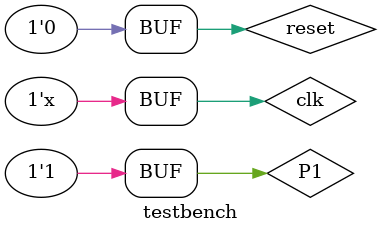
<source format=v>
`timescale 1ns / 1ps


module testbench();
    reg P1;
    reg clk;
    reg reset;
    wire z;
    
    Mealy uut(.P1(P1), .clk(clk), .reset(reset), .z(z));
    initial begin
        P1 = 1'b1;
        clk = 1'b0;
        reset = 1'b1;
        #15 reset = 1'b0;
    end
    
    always #5 clk = ~clk;
    
    initial begin
        #10 P1 = 1;
        #10 P1 = 0;
        #10 P1 = 1;
        #10 P1 = 1;
        #10 P1 = 0;
        #10 P1 = 1;
        #40;
        
    end
endmodule

</source>
